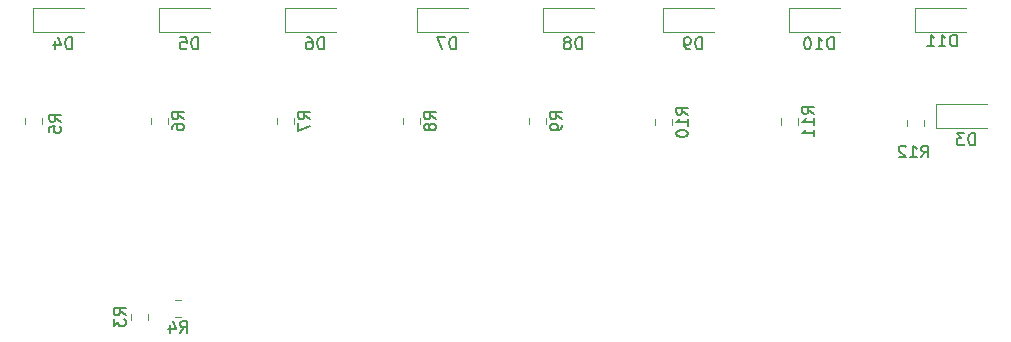
<source format=gbr>
G04 #@! TF.GenerationSoftware,KiCad,Pcbnew,5.1.4-e60b266~84~ubuntu18.04.1*
G04 #@! TF.CreationDate,2019-09-18T22:39:51+03:00*
G04 #@! TF.ProjectId,spotweld,73706f74-7765-46c6-942e-6b696361645f,rev?*
G04 #@! TF.SameCoordinates,Original*
G04 #@! TF.FileFunction,Legend,Bot*
G04 #@! TF.FilePolarity,Positive*
%FSLAX46Y46*%
G04 Gerber Fmt 4.6, Leading zero omitted, Abs format (unit mm)*
G04 Created by KiCad (PCBNEW 5.1.4-e60b266~84~ubuntu18.04.1) date 2019-09-18 22:39:51*
%MOMM*%
%LPD*%
G04 APERTURE LIST*
%ADD10C,0.120000*%
%ADD11C,0.150000*%
G04 APERTURE END LIST*
D10*
X181154000Y-87459078D02*
X181154000Y-86941922D01*
X182574000Y-87459078D02*
X182574000Y-86941922D01*
X170486000Y-87332078D02*
X170486000Y-86814922D01*
X171906000Y-87332078D02*
X171906000Y-86814922D01*
X159818000Y-87380578D02*
X159818000Y-86863422D01*
X161238000Y-87380578D02*
X161238000Y-86863422D01*
X149150000Y-87302078D02*
X149150000Y-86784922D01*
X150570000Y-87302078D02*
X150570000Y-86784922D01*
X138482000Y-87302078D02*
X138482000Y-86784922D01*
X139902000Y-87302078D02*
X139902000Y-86784922D01*
X127814000Y-87302078D02*
X127814000Y-86784922D01*
X129234000Y-87302078D02*
X129234000Y-86784922D01*
X117146000Y-87302078D02*
X117146000Y-86784922D01*
X118566000Y-87302078D02*
X118566000Y-86784922D01*
X106478000Y-87302078D02*
X106478000Y-86784922D01*
X107898000Y-87302078D02*
X107898000Y-86784922D01*
X119199922Y-102160000D02*
X119717078Y-102160000D01*
X119199922Y-103580000D02*
X119717078Y-103580000D01*
X116915000Y-103373422D02*
X116915000Y-103890578D01*
X115495000Y-103373422D02*
X115495000Y-103890578D01*
X181854000Y-77486000D02*
X186154000Y-77486000D01*
X181854000Y-79486000D02*
X181854000Y-77486000D01*
X186154000Y-79486000D02*
X181854000Y-79486000D01*
X171186000Y-77486000D02*
X175486000Y-77486000D01*
X171186000Y-79486000D02*
X171186000Y-77486000D01*
X175486000Y-79486000D02*
X171186000Y-79486000D01*
X160518000Y-77486000D02*
X164818000Y-77486000D01*
X160518000Y-79486000D02*
X160518000Y-77486000D01*
X164818000Y-79486000D02*
X160518000Y-79486000D01*
X150358000Y-77486000D02*
X154658000Y-77486000D01*
X150358000Y-79486000D02*
X150358000Y-77486000D01*
X154658000Y-79486000D02*
X150358000Y-79486000D01*
X139690000Y-77486000D02*
X143990000Y-77486000D01*
X139690000Y-79486000D02*
X139690000Y-77486000D01*
X143990000Y-79486000D02*
X139690000Y-79486000D01*
X128514000Y-77486000D02*
X132814000Y-77486000D01*
X128514000Y-79486000D02*
X128514000Y-77486000D01*
X132814000Y-79486000D02*
X128514000Y-79486000D01*
X117846000Y-77486000D02*
X122146000Y-77486000D01*
X117846000Y-79486000D02*
X117846000Y-77486000D01*
X122146000Y-79486000D02*
X117846000Y-79486000D01*
X107178000Y-77486000D02*
X111478000Y-77486000D01*
X107178000Y-79486000D02*
X107178000Y-77486000D01*
X111478000Y-79486000D02*
X107178000Y-79486000D01*
X183632000Y-85614000D02*
X187932000Y-85614000D01*
X183632000Y-87614000D02*
X183632000Y-85614000D01*
X187932000Y-87614000D02*
X183632000Y-87614000D01*
D11*
X182379857Y-90114380D02*
X182713190Y-89638190D01*
X182951285Y-90114380D02*
X182951285Y-89114380D01*
X182570333Y-89114380D01*
X182475095Y-89162000D01*
X182427476Y-89209619D01*
X182379857Y-89304857D01*
X182379857Y-89447714D01*
X182427476Y-89542952D01*
X182475095Y-89590571D01*
X182570333Y-89638190D01*
X182951285Y-89638190D01*
X181427476Y-90114380D02*
X181998904Y-90114380D01*
X181713190Y-90114380D02*
X181713190Y-89114380D01*
X181808428Y-89257238D01*
X181903666Y-89352476D01*
X181998904Y-89400095D01*
X181046523Y-89209619D02*
X180998904Y-89162000D01*
X180903666Y-89114380D01*
X180665571Y-89114380D01*
X180570333Y-89162000D01*
X180522714Y-89209619D01*
X180475095Y-89304857D01*
X180475095Y-89400095D01*
X180522714Y-89542952D01*
X181094142Y-90114380D01*
X180475095Y-90114380D01*
X173298380Y-86430642D02*
X172822190Y-86097309D01*
X173298380Y-85859214D02*
X172298380Y-85859214D01*
X172298380Y-86240166D01*
X172346000Y-86335404D01*
X172393619Y-86383023D01*
X172488857Y-86430642D01*
X172631714Y-86430642D01*
X172726952Y-86383023D01*
X172774571Y-86335404D01*
X172822190Y-86240166D01*
X172822190Y-85859214D01*
X173298380Y-87383023D02*
X173298380Y-86811595D01*
X173298380Y-87097309D02*
X172298380Y-87097309D01*
X172441238Y-87002071D01*
X172536476Y-86906833D01*
X172584095Y-86811595D01*
X173298380Y-88335404D02*
X173298380Y-87763976D01*
X173298380Y-88049690D02*
X172298380Y-88049690D01*
X172441238Y-87954452D01*
X172536476Y-87859214D01*
X172584095Y-87763976D01*
X162630380Y-86479142D02*
X162154190Y-86145809D01*
X162630380Y-85907714D02*
X161630380Y-85907714D01*
X161630380Y-86288666D01*
X161678000Y-86383904D01*
X161725619Y-86431523D01*
X161820857Y-86479142D01*
X161963714Y-86479142D01*
X162058952Y-86431523D01*
X162106571Y-86383904D01*
X162154190Y-86288666D01*
X162154190Y-85907714D01*
X162630380Y-87431523D02*
X162630380Y-86860095D01*
X162630380Y-87145809D02*
X161630380Y-87145809D01*
X161773238Y-87050571D01*
X161868476Y-86955333D01*
X161916095Y-86860095D01*
X161630380Y-88050571D02*
X161630380Y-88145809D01*
X161678000Y-88241047D01*
X161725619Y-88288666D01*
X161820857Y-88336285D01*
X162011333Y-88383904D01*
X162249428Y-88383904D01*
X162439904Y-88336285D01*
X162535142Y-88288666D01*
X162582761Y-88241047D01*
X162630380Y-88145809D01*
X162630380Y-88050571D01*
X162582761Y-87955333D01*
X162535142Y-87907714D01*
X162439904Y-87860095D01*
X162249428Y-87812476D01*
X162011333Y-87812476D01*
X161820857Y-87860095D01*
X161725619Y-87907714D01*
X161678000Y-87955333D01*
X161630380Y-88050571D01*
X151962380Y-86876833D02*
X151486190Y-86543500D01*
X151962380Y-86305404D02*
X150962380Y-86305404D01*
X150962380Y-86686357D01*
X151010000Y-86781595D01*
X151057619Y-86829214D01*
X151152857Y-86876833D01*
X151295714Y-86876833D01*
X151390952Y-86829214D01*
X151438571Y-86781595D01*
X151486190Y-86686357D01*
X151486190Y-86305404D01*
X151962380Y-87353023D02*
X151962380Y-87543500D01*
X151914761Y-87638738D01*
X151867142Y-87686357D01*
X151724285Y-87781595D01*
X151533809Y-87829214D01*
X151152857Y-87829214D01*
X151057619Y-87781595D01*
X151010000Y-87733976D01*
X150962380Y-87638738D01*
X150962380Y-87448261D01*
X151010000Y-87353023D01*
X151057619Y-87305404D01*
X151152857Y-87257785D01*
X151390952Y-87257785D01*
X151486190Y-87305404D01*
X151533809Y-87353023D01*
X151581428Y-87448261D01*
X151581428Y-87638738D01*
X151533809Y-87733976D01*
X151486190Y-87781595D01*
X151390952Y-87829214D01*
X141294380Y-86876833D02*
X140818190Y-86543500D01*
X141294380Y-86305404D02*
X140294380Y-86305404D01*
X140294380Y-86686357D01*
X140342000Y-86781595D01*
X140389619Y-86829214D01*
X140484857Y-86876833D01*
X140627714Y-86876833D01*
X140722952Y-86829214D01*
X140770571Y-86781595D01*
X140818190Y-86686357D01*
X140818190Y-86305404D01*
X140722952Y-87448261D02*
X140675333Y-87353023D01*
X140627714Y-87305404D01*
X140532476Y-87257785D01*
X140484857Y-87257785D01*
X140389619Y-87305404D01*
X140342000Y-87353023D01*
X140294380Y-87448261D01*
X140294380Y-87638738D01*
X140342000Y-87733976D01*
X140389619Y-87781595D01*
X140484857Y-87829214D01*
X140532476Y-87829214D01*
X140627714Y-87781595D01*
X140675333Y-87733976D01*
X140722952Y-87638738D01*
X140722952Y-87448261D01*
X140770571Y-87353023D01*
X140818190Y-87305404D01*
X140913428Y-87257785D01*
X141103904Y-87257785D01*
X141199142Y-87305404D01*
X141246761Y-87353023D01*
X141294380Y-87448261D01*
X141294380Y-87638738D01*
X141246761Y-87733976D01*
X141199142Y-87781595D01*
X141103904Y-87829214D01*
X140913428Y-87829214D01*
X140818190Y-87781595D01*
X140770571Y-87733976D01*
X140722952Y-87638738D01*
X130626380Y-86876833D02*
X130150190Y-86543500D01*
X130626380Y-86305404D02*
X129626380Y-86305404D01*
X129626380Y-86686357D01*
X129674000Y-86781595D01*
X129721619Y-86829214D01*
X129816857Y-86876833D01*
X129959714Y-86876833D01*
X130054952Y-86829214D01*
X130102571Y-86781595D01*
X130150190Y-86686357D01*
X130150190Y-86305404D01*
X129626380Y-87210166D02*
X129626380Y-87876833D01*
X130626380Y-87448261D01*
X119958380Y-86876833D02*
X119482190Y-86543500D01*
X119958380Y-86305404D02*
X118958380Y-86305404D01*
X118958380Y-86686357D01*
X119006000Y-86781595D01*
X119053619Y-86829214D01*
X119148857Y-86876833D01*
X119291714Y-86876833D01*
X119386952Y-86829214D01*
X119434571Y-86781595D01*
X119482190Y-86686357D01*
X119482190Y-86305404D01*
X118958380Y-87733976D02*
X118958380Y-87543500D01*
X119006000Y-87448261D01*
X119053619Y-87400642D01*
X119196476Y-87305404D01*
X119386952Y-87257785D01*
X119767904Y-87257785D01*
X119863142Y-87305404D01*
X119910761Y-87353023D01*
X119958380Y-87448261D01*
X119958380Y-87638738D01*
X119910761Y-87733976D01*
X119863142Y-87781595D01*
X119767904Y-87829214D01*
X119529809Y-87829214D01*
X119434571Y-87781595D01*
X119386952Y-87733976D01*
X119339333Y-87638738D01*
X119339333Y-87448261D01*
X119386952Y-87353023D01*
X119434571Y-87305404D01*
X119529809Y-87257785D01*
X109545380Y-87082333D02*
X109069190Y-86749000D01*
X109545380Y-86510904D02*
X108545380Y-86510904D01*
X108545380Y-86891857D01*
X108593000Y-86987095D01*
X108640619Y-87034714D01*
X108735857Y-87082333D01*
X108878714Y-87082333D01*
X108973952Y-87034714D01*
X109021571Y-86987095D01*
X109069190Y-86891857D01*
X109069190Y-86510904D01*
X108545380Y-87987095D02*
X108545380Y-87510904D01*
X109021571Y-87463285D01*
X108973952Y-87510904D01*
X108926333Y-87606142D01*
X108926333Y-87844238D01*
X108973952Y-87939476D01*
X109021571Y-87987095D01*
X109116809Y-88034714D01*
X109354904Y-88034714D01*
X109450142Y-87987095D01*
X109497761Y-87939476D01*
X109545380Y-87844238D01*
X109545380Y-87606142D01*
X109497761Y-87510904D01*
X109450142Y-87463285D01*
X119625166Y-104972380D02*
X119958500Y-104496190D01*
X120196595Y-104972380D02*
X120196595Y-103972380D01*
X119815642Y-103972380D01*
X119720404Y-104020000D01*
X119672785Y-104067619D01*
X119625166Y-104162857D01*
X119625166Y-104305714D01*
X119672785Y-104400952D01*
X119720404Y-104448571D01*
X119815642Y-104496190D01*
X120196595Y-104496190D01*
X118768023Y-104305714D02*
X118768023Y-104972380D01*
X119006119Y-103924761D02*
X119244214Y-104639047D01*
X118625166Y-104639047D01*
X115007380Y-103465333D02*
X114531190Y-103132000D01*
X115007380Y-102893904D02*
X114007380Y-102893904D01*
X114007380Y-103274857D01*
X114055000Y-103370095D01*
X114102619Y-103417714D01*
X114197857Y-103465333D01*
X114340714Y-103465333D01*
X114435952Y-103417714D01*
X114483571Y-103370095D01*
X114531190Y-103274857D01*
X114531190Y-102893904D01*
X114007380Y-103798666D02*
X114007380Y-104417714D01*
X114388333Y-104084380D01*
X114388333Y-104227238D01*
X114435952Y-104322476D01*
X114483571Y-104370095D01*
X114578809Y-104417714D01*
X114816904Y-104417714D01*
X114912142Y-104370095D01*
X114959761Y-104322476D01*
X115007380Y-104227238D01*
X115007380Y-103941523D01*
X114959761Y-103846285D01*
X114912142Y-103798666D01*
X185364285Y-80716380D02*
X185364285Y-79716380D01*
X185126190Y-79716380D01*
X184983333Y-79764000D01*
X184888095Y-79859238D01*
X184840476Y-79954476D01*
X184792857Y-80144952D01*
X184792857Y-80287809D01*
X184840476Y-80478285D01*
X184888095Y-80573523D01*
X184983333Y-80668761D01*
X185126190Y-80716380D01*
X185364285Y-80716380D01*
X183840476Y-80716380D02*
X184411904Y-80716380D01*
X184126190Y-80716380D02*
X184126190Y-79716380D01*
X184221428Y-79859238D01*
X184316666Y-79954476D01*
X184411904Y-80002095D01*
X182888095Y-80716380D02*
X183459523Y-80716380D01*
X183173809Y-80716380D02*
X183173809Y-79716380D01*
X183269047Y-79859238D01*
X183364285Y-79954476D01*
X183459523Y-80002095D01*
X174950285Y-80938380D02*
X174950285Y-79938380D01*
X174712190Y-79938380D01*
X174569333Y-79986000D01*
X174474095Y-80081238D01*
X174426476Y-80176476D01*
X174378857Y-80366952D01*
X174378857Y-80509809D01*
X174426476Y-80700285D01*
X174474095Y-80795523D01*
X174569333Y-80890761D01*
X174712190Y-80938380D01*
X174950285Y-80938380D01*
X173426476Y-80938380D02*
X173997904Y-80938380D01*
X173712190Y-80938380D02*
X173712190Y-79938380D01*
X173807428Y-80081238D01*
X173902666Y-80176476D01*
X173997904Y-80224095D01*
X172807428Y-79938380D02*
X172712190Y-79938380D01*
X172616952Y-79986000D01*
X172569333Y-80033619D01*
X172521714Y-80128857D01*
X172474095Y-80319333D01*
X172474095Y-80557428D01*
X172521714Y-80747904D01*
X172569333Y-80843142D01*
X172616952Y-80890761D01*
X172712190Y-80938380D01*
X172807428Y-80938380D01*
X172902666Y-80890761D01*
X172950285Y-80843142D01*
X172997904Y-80747904D01*
X173045523Y-80557428D01*
X173045523Y-80319333D01*
X172997904Y-80128857D01*
X172950285Y-80033619D01*
X172902666Y-79986000D01*
X172807428Y-79938380D01*
X163806095Y-80938380D02*
X163806095Y-79938380D01*
X163568000Y-79938380D01*
X163425142Y-79986000D01*
X163329904Y-80081238D01*
X163282285Y-80176476D01*
X163234666Y-80366952D01*
X163234666Y-80509809D01*
X163282285Y-80700285D01*
X163329904Y-80795523D01*
X163425142Y-80890761D01*
X163568000Y-80938380D01*
X163806095Y-80938380D01*
X162758476Y-80938380D02*
X162568000Y-80938380D01*
X162472761Y-80890761D01*
X162425142Y-80843142D01*
X162329904Y-80700285D01*
X162282285Y-80509809D01*
X162282285Y-80128857D01*
X162329904Y-80033619D01*
X162377523Y-79986000D01*
X162472761Y-79938380D01*
X162663238Y-79938380D01*
X162758476Y-79986000D01*
X162806095Y-80033619D01*
X162853714Y-80128857D01*
X162853714Y-80366952D01*
X162806095Y-80462190D01*
X162758476Y-80509809D01*
X162663238Y-80557428D01*
X162472761Y-80557428D01*
X162377523Y-80509809D01*
X162329904Y-80462190D01*
X162282285Y-80366952D01*
X153646095Y-80938380D02*
X153646095Y-79938380D01*
X153408000Y-79938380D01*
X153265142Y-79986000D01*
X153169904Y-80081238D01*
X153122285Y-80176476D01*
X153074666Y-80366952D01*
X153074666Y-80509809D01*
X153122285Y-80700285D01*
X153169904Y-80795523D01*
X153265142Y-80890761D01*
X153408000Y-80938380D01*
X153646095Y-80938380D01*
X152503238Y-80366952D02*
X152598476Y-80319333D01*
X152646095Y-80271714D01*
X152693714Y-80176476D01*
X152693714Y-80128857D01*
X152646095Y-80033619D01*
X152598476Y-79986000D01*
X152503238Y-79938380D01*
X152312761Y-79938380D01*
X152217523Y-79986000D01*
X152169904Y-80033619D01*
X152122285Y-80128857D01*
X152122285Y-80176476D01*
X152169904Y-80271714D01*
X152217523Y-80319333D01*
X152312761Y-80366952D01*
X152503238Y-80366952D01*
X152598476Y-80414571D01*
X152646095Y-80462190D01*
X152693714Y-80557428D01*
X152693714Y-80747904D01*
X152646095Y-80843142D01*
X152598476Y-80890761D01*
X152503238Y-80938380D01*
X152312761Y-80938380D01*
X152217523Y-80890761D01*
X152169904Y-80843142D01*
X152122285Y-80747904D01*
X152122285Y-80557428D01*
X152169904Y-80462190D01*
X152217523Y-80414571D01*
X152312761Y-80366952D01*
X142978095Y-80938380D02*
X142978095Y-79938380D01*
X142740000Y-79938380D01*
X142597142Y-79986000D01*
X142501904Y-80081238D01*
X142454285Y-80176476D01*
X142406666Y-80366952D01*
X142406666Y-80509809D01*
X142454285Y-80700285D01*
X142501904Y-80795523D01*
X142597142Y-80890761D01*
X142740000Y-80938380D01*
X142978095Y-80938380D01*
X142073333Y-79938380D02*
X141406666Y-79938380D01*
X141835238Y-80938380D01*
X131802095Y-80938380D02*
X131802095Y-79938380D01*
X131564000Y-79938380D01*
X131421142Y-79986000D01*
X131325904Y-80081238D01*
X131278285Y-80176476D01*
X131230666Y-80366952D01*
X131230666Y-80509809D01*
X131278285Y-80700285D01*
X131325904Y-80795523D01*
X131421142Y-80890761D01*
X131564000Y-80938380D01*
X131802095Y-80938380D01*
X130373523Y-79938380D02*
X130564000Y-79938380D01*
X130659238Y-79986000D01*
X130706857Y-80033619D01*
X130802095Y-80176476D01*
X130849714Y-80366952D01*
X130849714Y-80747904D01*
X130802095Y-80843142D01*
X130754476Y-80890761D01*
X130659238Y-80938380D01*
X130468761Y-80938380D01*
X130373523Y-80890761D01*
X130325904Y-80843142D01*
X130278285Y-80747904D01*
X130278285Y-80509809D01*
X130325904Y-80414571D01*
X130373523Y-80366952D01*
X130468761Y-80319333D01*
X130659238Y-80319333D01*
X130754476Y-80366952D01*
X130802095Y-80414571D01*
X130849714Y-80509809D01*
X121134095Y-80938380D02*
X121134095Y-79938380D01*
X120896000Y-79938380D01*
X120753142Y-79986000D01*
X120657904Y-80081238D01*
X120610285Y-80176476D01*
X120562666Y-80366952D01*
X120562666Y-80509809D01*
X120610285Y-80700285D01*
X120657904Y-80795523D01*
X120753142Y-80890761D01*
X120896000Y-80938380D01*
X121134095Y-80938380D01*
X119657904Y-79938380D02*
X120134095Y-79938380D01*
X120181714Y-80414571D01*
X120134095Y-80366952D01*
X120038857Y-80319333D01*
X119800761Y-80319333D01*
X119705523Y-80366952D01*
X119657904Y-80414571D01*
X119610285Y-80509809D01*
X119610285Y-80747904D01*
X119657904Y-80843142D01*
X119705523Y-80890761D01*
X119800761Y-80938380D01*
X120038857Y-80938380D01*
X120134095Y-80890761D01*
X120181714Y-80843142D01*
X110466095Y-80938380D02*
X110466095Y-79938380D01*
X110228000Y-79938380D01*
X110085142Y-79986000D01*
X109989904Y-80081238D01*
X109942285Y-80176476D01*
X109894666Y-80366952D01*
X109894666Y-80509809D01*
X109942285Y-80700285D01*
X109989904Y-80795523D01*
X110085142Y-80890761D01*
X110228000Y-80938380D01*
X110466095Y-80938380D01*
X109037523Y-80271714D02*
X109037523Y-80938380D01*
X109275619Y-79890761D02*
X109513714Y-80605047D01*
X108894666Y-80605047D01*
X186920095Y-89066380D02*
X186920095Y-88066380D01*
X186682000Y-88066380D01*
X186539142Y-88114000D01*
X186443904Y-88209238D01*
X186396285Y-88304476D01*
X186348666Y-88494952D01*
X186348666Y-88637809D01*
X186396285Y-88828285D01*
X186443904Y-88923523D01*
X186539142Y-89018761D01*
X186682000Y-89066380D01*
X186920095Y-89066380D01*
X186015333Y-88066380D02*
X185396285Y-88066380D01*
X185729619Y-88447333D01*
X185586761Y-88447333D01*
X185491523Y-88494952D01*
X185443904Y-88542571D01*
X185396285Y-88637809D01*
X185396285Y-88875904D01*
X185443904Y-88971142D01*
X185491523Y-89018761D01*
X185586761Y-89066380D01*
X185872476Y-89066380D01*
X185967714Y-89018761D01*
X186015333Y-88971142D01*
M02*

</source>
